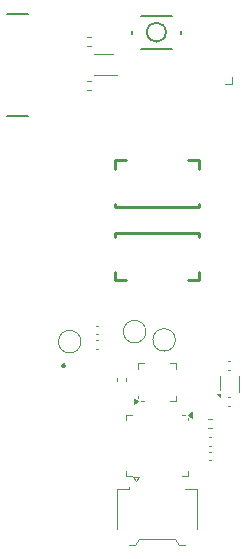
<source format=gto>
G04 #@! TF.GenerationSoftware,KiCad,Pcbnew,8.0.5-8.0.5-0~ubuntu20.04.1*
G04 #@! TF.CreationDate,2025-01-20T10:50:09+00:00*
G04 #@! TF.ProjectId,servo,73657276-6f2e-46b6-9963-61645f706362,rev?*
G04 #@! TF.SameCoordinates,Original*
G04 #@! TF.FileFunction,Legend,Top*
G04 #@! TF.FilePolarity,Positive*
%FSLAX46Y46*%
G04 Gerber Fmt 4.6, Leading zero omitted, Abs format (unit mm)*
G04 Created by KiCad (PCBNEW 8.0.5-8.0.5-0~ubuntu20.04.1) date 2025-01-20 10:50:09*
%MOMM*%
%LPD*%
G01*
G04 APERTURE LIST*
%ADD10C,0.250000*%
%ADD11C,0.120000*%
%ADD12C,0.203200*%
%ADD13C,0.127000*%
%ADD14C,0.254000*%
%ADD15C,0.152400*%
G04 APERTURE END LIST*
D10*
X46450000Y-37362500D02*
X46450000Y-37672500D01*
X46450000Y-40652500D02*
X46450000Y-41362500D01*
X46450000Y-41362500D02*
X47340000Y-41362500D01*
X53550000Y-37362500D02*
X46450000Y-37362500D01*
X53550000Y-37362500D02*
X53550000Y-37672500D01*
X53550000Y-40652500D02*
X53550000Y-41362500D01*
X53550000Y-41362500D02*
X52660000Y-41362500D01*
D11*
X49050000Y-45700000D02*
G75*
G02*
X47150000Y-45700000I-950000J0D01*
G01*
X47150000Y-45700000D02*
G75*
G02*
X49050000Y-45700000I950000J0D01*
G01*
X47390000Y-52740000D02*
X47865000Y-52740000D01*
X47390000Y-53215000D02*
X47390000Y-52740000D01*
X47390000Y-57485000D02*
X47390000Y-57960000D01*
X47390000Y-57960000D02*
X47865000Y-57960000D01*
X52135000Y-52740000D02*
X52370000Y-52740000D01*
X52610000Y-53215000D02*
X52610000Y-53040000D01*
X52610000Y-57485000D02*
X52610000Y-57960000D01*
X52610000Y-57960000D02*
X52135000Y-57960000D01*
X52940000Y-52980000D02*
X52610000Y-52740000D01*
X52940000Y-52500000D01*
X52940000Y-52980000D01*
G36*
X52940000Y-52980000D02*
G01*
X52610000Y-52740000D01*
X52940000Y-52500000D01*
X52940000Y-52980000D01*
G37*
X44700000Y-24000000D02*
X46600000Y-24000000D01*
X46300000Y-22200000D02*
X44700000Y-22200000D01*
X55290000Y-50622000D02*
X55290000Y-49482000D01*
X56910000Y-50782000D02*
X56910000Y-49482000D01*
X55370000Y-51232000D02*
X55090000Y-50952000D01*
X55370000Y-50952000D01*
X55370000Y-51232000D01*
G36*
X55370000Y-51232000D02*
G01*
X55090000Y-50952000D01*
X55370000Y-50952000D01*
X55370000Y-51232000D01*
G37*
X54607836Y-55890000D02*
X54392164Y-55890000D01*
X54607836Y-56610000D02*
X54392164Y-56610000D01*
X43550000Y-46550000D02*
G75*
G02*
X41650000Y-46550000I-950000J0D01*
G01*
X41650000Y-46550000D02*
G75*
G02*
X43550000Y-46550000I950000J0D01*
G01*
D12*
X47850000Y-20220000D02*
X47850000Y-20480000D01*
X48612000Y-18950000D02*
X51288000Y-18950000D01*
X51288000Y-21750000D02*
X48612000Y-21750000D01*
X52050000Y-20480000D02*
X52050000Y-20220000D01*
D13*
X50755000Y-20350000D02*
G75*
G02*
X49145000Y-20350000I-805000J0D01*
G01*
X49145000Y-20350000D02*
G75*
G02*
X50755000Y-20350000I805000J0D01*
G01*
D11*
X56207836Y-51272000D02*
X55992164Y-51272000D01*
X56207836Y-51992000D02*
X55992164Y-51992000D01*
X48390000Y-48390000D02*
X48865000Y-48390000D01*
X48390000Y-48865000D02*
X48390000Y-48390000D01*
X48390000Y-51135000D02*
X48390000Y-51310000D01*
X48865000Y-51610000D02*
X48630000Y-51610000D01*
X51610000Y-48390000D02*
X51135000Y-48390000D01*
X51610000Y-48865000D02*
X51610000Y-48390000D01*
X51610000Y-51135000D02*
X51610000Y-51610000D01*
X51610000Y-51610000D02*
X51135000Y-51610000D01*
X48390000Y-51610000D02*
X48060000Y-51850000D01*
X48060000Y-51370000D01*
X48390000Y-51610000D01*
G36*
X48390000Y-51610000D02*
G01*
X48060000Y-51850000D01*
X48060000Y-51370000D01*
X48390000Y-51610000D01*
G37*
X46640000Y-49857836D02*
X46640000Y-49642164D01*
X47360000Y-49857836D02*
X47360000Y-49642164D01*
D14*
X42200000Y-48600000D02*
G75*
G02*
X42000000Y-48600000I-100000J0D01*
G01*
X42000000Y-48600000D02*
G75*
G02*
X42200000Y-48600000I100000J0D01*
G01*
D11*
X54653641Y-53120000D02*
X54346359Y-53120000D01*
X54653641Y-53880000D02*
X54346359Y-53880000D01*
D15*
X39075600Y-18780000D02*
X37275600Y-18780000D01*
X39075600Y-27420000D02*
X37275600Y-27420000D01*
D11*
X51550000Y-46400000D02*
G75*
G02*
X49650000Y-46400000I-950000J0D01*
G01*
X49650000Y-46400000D02*
G75*
G02*
X51550000Y-46400000I950000J0D01*
G01*
D10*
X46450000Y-31187500D02*
X47340000Y-31187500D01*
X46450000Y-31897500D02*
X46450000Y-31187500D01*
X46450000Y-35187500D02*
X46450000Y-34877500D01*
X46450000Y-35187500D02*
X53550000Y-35187500D01*
X53550000Y-31187500D02*
X52660000Y-31187500D01*
X53550000Y-31897500D02*
X53550000Y-31187500D01*
X53550000Y-35187500D02*
X53550000Y-34877500D01*
D11*
X44812164Y-46440000D02*
X45027836Y-46440000D01*
X44812164Y-47160000D02*
X45027836Y-47160000D01*
X56207836Y-48190000D02*
X55992164Y-48190000D01*
X56207836Y-48910000D02*
X55992164Y-48910000D01*
X44403641Y-20720000D02*
X44096359Y-20720000D01*
X44403641Y-21480000D02*
X44096359Y-21480000D01*
X54392164Y-54640000D02*
X54607836Y-54640000D01*
X54392164Y-55360000D02*
X54607836Y-55360000D01*
X44403641Y-24470000D02*
X44096359Y-24470000D01*
X44403641Y-25230000D02*
X44096359Y-25230000D01*
X56385000Y-24120000D02*
X56385000Y-24755000D01*
X56385000Y-24755000D02*
X55750000Y-24755000D01*
X46590000Y-59044277D02*
X47640000Y-59044277D01*
X46590000Y-62374277D02*
X46590000Y-59044277D01*
X47640000Y-59044277D02*
X47640000Y-58834277D01*
X47660000Y-63764277D02*
X48160000Y-63764277D01*
X47950000Y-57980724D02*
X48200000Y-58334277D01*
X48160000Y-63764277D02*
X48460000Y-63264277D01*
X48200000Y-58334277D02*
X48450000Y-57980724D01*
X48450000Y-57980724D02*
X47950000Y-57980724D01*
X48460000Y-63264277D02*
X51540000Y-63264277D01*
X51540000Y-63264277D02*
X51840000Y-63764277D01*
X51840000Y-63764277D02*
X52340000Y-63764277D01*
X53410000Y-59044277D02*
X52360000Y-59044277D01*
X53410000Y-62374277D02*
X53410000Y-59044277D01*
X45007836Y-45190000D02*
X44792164Y-45190000D01*
X45007836Y-45910000D02*
X44792164Y-45910000D01*
M02*

</source>
